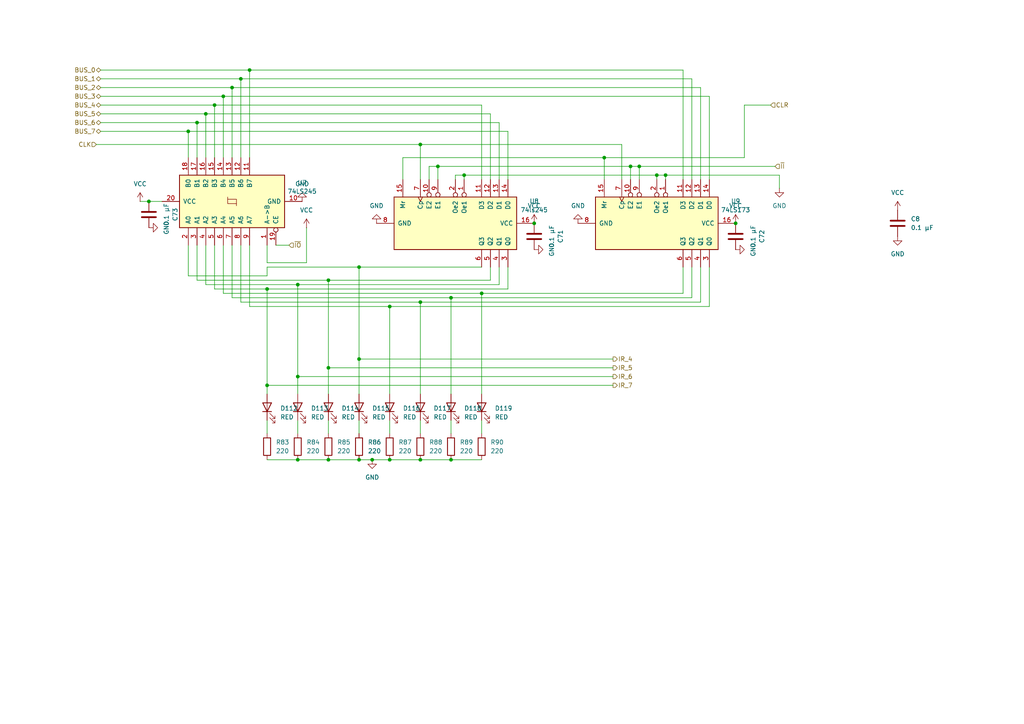
<source format=kicad_sch>
(kicad_sch (version 20250114) (generator "eeschema") (generator_version "9.0")
  (paper "A4")
  (title_block (title "8 bit PC") (date "2025-10-14") (rev "1"))
  (lib_symbols
    (symbol "74xx:74LS173" (pin_names (offset 1.016))
      (property "Reference" "U" (at -7.62 19.05 0))
      (property "Value" "74LS173" (at -7.62 -19.05 0))
      (symbol "74LS173_1_0"
        (pin input line (at -12.7 15.24 0) (length 5.08) (name "D0") (number "14"))
        (pin input line (at -12.7 12.7 0) (length 5.08) (name "D1") (number "13"))
        (pin input line (at -12.7 10.16 0) (length 5.08) (name "D2") (number "12"))
        (pin input line (at -12.7 7.62 0) (length 5.08) (name "D3") (number "11"))
        (pin input inverted (at -12.7 2.54 0) (length 5.08) (name "Oe1") (number "1"))
        (pin input inverted (at -12.7 0 0) (length 5.08) (name "Oe2") (number "2"))
        (pin input inverted (at -12.7 -5.08 0) (length 5.08) (name "E1") (number "9"))
        (pin input inverted (at -12.7 -7.62 0) (length 5.08) (name "E2") (number "10"))
        (pin input clock (at -12.7 -10.16 0) (length 5.08) (name "Cp") (number "7"))
        (pin input line (at -12.7 -15.24 0) (length 5.08) (name "Mr") (number "15"))
        (pin power_in line (at 0 22.86 270) (length 5.08) (name "VCC") (number "16"))
        (pin power_in line (at 0 -22.86 90) (length 5.08) (name "GND") (number "8"))
        (pin tri_state line (at 12.7 15.24 180) (length 5.08) (name "Q0") (number "3"))
        (pin tri_state line (at 12.7 12.7 180) (length 5.08) (name "Q1") (number "4"))
        (pin tri_state line (at 12.7 10.16 180) (length 5.08) (name "Q2") (number "5"))
        (pin tri_state line (at 12.7 7.62 180) (length 5.08) (name "Q3") (number "6"))
      )
      (symbol "74LS173_1_1"
        (rectangle (start -7.62 17.78) (end 7.62 -17.78) (stroke (width 0.254)) (fill (type background)))
      )
    )
    (symbol "74xx:74LS245" (pin_names (offset 1.016))
      (property "Reference" "U" (at -7.62 16.51 0))
      (property "Value" "74LS245" (at -7.62 -16.51 0))
      (symbol "74LS245_1_0"
        (polyline (pts (xy -1.27 -1.27) (xy 0.635 -1.27) (xy 0.635 1.27) (xy 1.27 1.27)))
        (polyline (pts (xy -0.635 -1.27) (xy -0.635 1.27) (xy 0.635 1.27)))
        (pin tri_state line (at -12.7 12.7 0) (length 5.08) (name "A0") (number "2"))
        (pin tri_state line (at -12.7 10.16 0) (length 5.08) (name "A1") (number "3"))
        (pin tri_state line (at -12.7 7.62 0) (length 5.08) (name "A2") (number "4"))
        (pin tri_state line (at -12.7 5.08 0) (length 5.08) (name "A3") (number "5"))
        (pin tri_state line (at -12.7 2.54 0) (length 5.08) (name "A4") (number "6"))
        (pin tri_state line (at -12.7 0 0) (length 5.08) (name "A5") (number "7"))
        (pin tri_state line (at -12.7 -2.54 0) (length 5.08) (name "A6") (number "8"))
        (pin tri_state line (at -12.7 -5.08 0) (length 5.08) (name "A7") (number "9"))
        (pin input line (at -12.7 -10.16 0) (length 5.08) (name "A->B") (number "1"))
        (pin input inverted (at -12.7 -12.7 0) (length 5.08) (name "CE") (number "19"))
        (pin power_in line (at 0 20.32 270) (length 5.08) (name "VCC") (number "20"))
        (pin power_in line (at 0 -20.32 90) (length 5.08) (name "GND") (number "10"))
        (pin tri_state line (at 12.7 12.7 180) (length 5.08) (name "B0") (number "18"))
        (pin tri_state line (at 12.7 10.16 180) (length 5.08) (name "B1") (number "17"))
        (pin tri_state line (at 12.7 7.62 180) (length 5.08) (name "B2") (number "16"))
        (pin tri_state line (at 12.7 5.08 180) (length 5.08) (name "B3") (number "15"))
        (pin tri_state line (at 12.7 2.54 180) (length 5.08) (name "B4") (number "14"))
        (pin tri_state line (at 12.7 0 180) (length 5.08) (name "B5") (number "13"))
        (pin tri_state line (at 12.7 -2.54 180) (length 5.08) (name "B6") (number "12"))
        (pin tri_state line (at 12.7 -5.08 180) (length 5.08) (name "B7") (number "11"))
      )
      (symbol "74LS245_1_1"
        (rectangle (start -7.62 15.24) (end 7.62 -15.24) (stroke (width 0.254)) (fill (type background)))
      )
    )
    (symbol "Device:C" (pin_numbers (hide yes)) (pin_names (offset 0.254))
      (property "Reference" "C" (at 0.635 2.54 0))
      (property "Value" "C" (at 0.635 -2.54 0))
      (symbol "C_0_1"
        (polyline (pts (xy -2.032 0.762) (xy 2.032 0.762)) (stroke (width 0.508)))
        (polyline (pts (xy -2.032 -0.762) (xy 2.032 -0.762)) (stroke (width 0.508)))
      )
      (symbol "C_1_1"
        (pin passive line (at 0 3.81 270) (length 2.794) (name "~") (number "1"))
        (pin passive line (at 0 -3.81 90) (length 2.794) (name "~") (number "2"))
      )
    )
    (symbol "Device:LED" (pin_numbers (hide yes)) (pin_names (offset 1.016) (hide yes))
      (property "Reference" "D" (at 0 2.54 0))
      (property "Value" "LED" (at 0 -2.54 0))
      (symbol "LED_0_1"
        (polyline (pts (xy -3.048 -0.762) (xy -4.572 -2.286) (xy -3.81 -2.286) (xy -4.572 -2.286) (xy -4.572 -1.524)))
        (polyline (pts (xy -1.778 -0.762) (xy -3.302 -2.286) (xy -2.54 -2.286) (xy -3.302 -2.286) (xy -3.302 -1.524)))
        (polyline (pts (xy -1.27 0) (xy 1.27 0)))
        (polyline (pts (xy -1.27 -1.27) (xy -1.27 1.27)) (stroke (width 0.254)))
        (polyline (pts (xy 1.27 -1.27) (xy 1.27 1.27) (xy -1.27 0) (xy 1.27 -1.27)) (stroke (width 0.254)))
      )
      (symbol "LED_1_1"
        (pin passive line (at -3.81 0 0) (length 2.54) (name "K") (number "1"))
        (pin passive line (at 3.81 0 180) (length 2.54) (name "A") (number "2"))
      )
    )
    (symbol "Device:R" (pin_numbers (hide yes)) (pin_names (offset 0))
      (property "Reference" "R" (at 2.032 0 90))
      (property "Value" "R" (at 0 0 90))
      (symbol "R_0_1"
        (rectangle (start -1.016 -2.54) (end 1.016 2.54) (stroke (width 0.254)))
      )
      (symbol "R_1_1"
        (pin passive line (at 0 3.81 270) (length 1.27) (name "~") (number "1"))
        (pin passive line (at 0 -3.81 90) (length 1.27) (name "~") (number "2"))
      )
    )
    (symbol "power:GND" (power) (pin_numbers (hide yes)) (pin_names (offset 0) (hide yes))
      (property "Value" "GND" (at 0 -3.81 0))
      (symbol "GND_0_1"
        (polyline (pts (xy 0 0) (xy 0 -1.27) (xy 1.27 -1.27) (xy 0 -2.54) (xy -1.27 -1.27) (xy 0 -1.27)))
      )
      (symbol "GND_1_1"
        (pin power_in line (at 0 0 270) (length 0) (name "~") (number "1"))
      )
    )
    (symbol "power:VCC" (power) (pin_numbers (hide yes)) (pin_names (offset 0) (hide yes))
      (property "Value" "VCC" (at 0 3.556 0))
      (symbol "VCC_0_1"
        (polyline (pts (xy -0.762 1.27) (xy 0 2.54)))
        (polyline (pts (xy 0 2.54) (xy 0.762 1.27)))
        (polyline (pts (xy 0 0) (xy 0 2.54)))
      )
      (symbol "VCC_1_1"
        (pin power_in line (at 0 0 90) (length 0) (name "~") (number "1"))
      )
    )
  )
  (junction (at 57.15 35.56))
  (junction (at 107.95 133.35))
  (junction (at 154.94 64.77))
  (junction (at 130.81 86.36))
  (junction (at 185.42 48.26))
  (junction (at 121.92 41.91))
  (junction (at 86.36 109.22))
  (junction (at 213.36 64.77))
  (junction (at 54.61 38.1))
  (junction (at 113.03 88.9))
  (junction (at 95.25 81.28))
  (junction (at 175.26 45.72))
  (junction (at 86.36 82.55))
  (junction (at 43.18 58.42))
  (junction (at 95.25 133.35))
  (junction (at 113.03 133.35))
  (junction (at 67.31 25.4))
  (junction (at 134.62 50.8))
  (junction (at 121.92 87.63))
  (junction (at 121.92 133.35))
  (junction (at 77.47 111.76))
  (junction (at 104.14 104.14))
  (junction (at 193.04 50.8))
  (junction (at 104.14 77.47))
  (junction (at 95.25 106.68))
  (junction (at 72.39 20.32))
  (junction (at 127 48.26))
  (junction (at 130.81 133.35))
  (junction (at 77.47 83.82))
  (junction (at 69.85 22.86))
  (junction (at 182.88 48.26))
  (junction (at 59.69 33.02))
  (junction (at 86.36 133.35))
  (junction (at 190.5 50.8))
  (junction (at 62.23 30.48))
  (junction (at 64.77 27.94))
  (junction (at 104.14 133.35))
  (junction (at 139.7 85.09))
  (wire (pts (xy 107.95 133.35) (xy 113.03 133.35)))
  (wire (pts (xy 72.39 20.32) (xy 72.39 45.72)))
  (wire (pts (xy 104.14 104.14) (xy 177.8 104.14)))
  (wire (pts (xy 95.25 81.28) (xy 142.24 81.28)))
  (wire (pts (xy 139.7 77.47) (xy 104.14 77.47)))
  (wire (pts (xy 130.81 86.36) (xy 130.81 114.3)))
  (wire (pts (xy 104.14 121.92) (xy 104.14 125.73)))
  (wire (pts (xy 144.78 35.56) (xy 144.78 52.07)))
  (wire (pts (xy 147.32 77.47) (xy 147.32 83.82)))
  (wire (pts (xy 57.15 81.28) (xy 95.25 81.28)))
  (wire (pts (xy 59.69 82.55) (xy 86.36 82.55)))
  (wire (pts (xy 57.15 35.56) (xy 57.15 45.72)))
  (wire (pts (xy 29.21 30.48) (xy 62.23 30.48)))
  (wire (pts (xy 104.14 77.47) (xy 104.14 104.14)))
  (wire (pts (xy 193.04 50.8) (xy 193.04 52.07)))
  (wire (pts (xy 62.23 30.48) (xy 62.23 45.72)))
  (wire (pts (xy 147.32 38.1) (xy 147.32 52.07)))
  (wire (pts (xy 59.69 71.12) (xy 59.69 82.55)))
  (wire (pts (xy 64.77 27.94) (xy 205.74 27.94)))
  (wire (pts (xy 190.5 50.8) (xy 190.5 52.07)))
  (wire (pts (xy 86.36 133.35) (xy 95.25 133.35)))
  (wire (pts (xy 104.14 77.47) (xy 77.47 77.47)))
  (wire (pts (xy 29.21 33.02) (xy 59.69 33.02)))
  (wire (pts (xy 203.2 77.47) (xy 203.2 87.63)))
  (wire (pts (xy 29.21 25.4) (xy 67.31 25.4)))
  (wire (pts (xy 62.23 83.82) (xy 77.47 83.82)))
  (wire (pts (xy 142.24 33.02) (xy 142.24 52.07)))
  (wire (pts (xy 198.12 77.47) (xy 198.12 85.09)))
  (wire (pts (xy 95.25 133.35) (xy 104.14 133.35)))
  (wire (pts (xy 203.2 25.4) (xy 203.2 52.07)))
  (wire (pts (xy 185.42 48.26) (xy 185.42 52.07)))
  (wire (pts (xy 86.36 82.55) (xy 86.36 109.22)))
  (wire (pts (xy 69.85 22.86) (xy 200.66 22.86)))
  (wire (pts (xy 205.74 27.94) (xy 205.74 52.07)))
  (wire (pts (xy 121.92 41.91) (xy 180.34 41.91)))
  (wire (pts (xy 127 48.26) (xy 124.46 48.26)))
  (wire (pts (xy 80.01 71.12) (xy 83.82 71.12)))
  (wire (pts (xy 142.24 77.47) (xy 142.24 81.28)))
  (wire (pts (xy 175.26 45.72) (xy 175.26 52.07)))
  (wire (pts (xy 72.39 88.9) (xy 113.03 88.9)))
  (wire (pts (xy 29.21 20.32) (xy 72.39 20.32)))
  (wire (pts (xy 69.85 71.12) (xy 69.85 87.63)))
  (wire (pts (xy 121.92 133.35) (xy 130.81 133.35)))
  (wire (pts (xy 54.61 38.1) (xy 147.32 38.1)))
  (wire (pts (xy 139.7 85.09) (xy 139.7 114.3)))
  (wire (pts (xy 59.69 33.02) (xy 142.24 33.02)))
  (wire (pts (xy 29.21 35.56) (xy 57.15 35.56)))
  (wire (pts (xy 64.77 27.94) (xy 64.77 45.72)))
  (wire (pts (xy 29.21 22.86) (xy 69.85 22.86)))
  (wire (pts (xy 95.25 81.28) (xy 95.25 106.68)))
  (wire (pts (xy 198.12 20.32) (xy 198.12 52.07)))
  (wire (pts (xy 77.47 111.76) (xy 77.47 114.3)))
  (wire (pts (xy 175.26 45.72) (xy 215.9 45.72)))
  (wire (pts (xy 57.15 71.12) (xy 57.15 81.28)))
  (wire (pts (xy 77.47 121.92) (xy 77.47 125.73)))
  (wire (pts (xy 86.36 121.92) (xy 86.36 125.73)))
  (wire (pts (xy 224.79 48.26) (xy 185.42 48.26)))
  (wire (pts (xy 77.47 77.47) (xy 77.47 80.01)))
  (wire (pts (xy 130.81 121.92) (xy 130.81 125.73)))
  (wire (pts (xy 67.31 71.12) (xy 67.31 86.36)))
  (wire (pts (xy 95.25 106.68) (xy 95.25 114.3)))
  (wire (pts (xy 116.84 45.72) (xy 175.26 45.72)))
  (wire (pts (xy 180.34 52.07) (xy 180.34 41.91)))
  (wire (pts (xy 95.25 106.68) (xy 177.8 106.68)))
  (wire (pts (xy 59.69 33.02) (xy 59.69 45.72)))
  (wire (pts (xy 226.06 50.8) (xy 226.06 54.61)))
  (wire (pts (xy 190.5 50.8) (xy 193.04 50.8)))
  (wire (pts (xy 124.46 48.26) (xy 124.46 52.07)))
  (wire (pts (xy 121.92 121.92) (xy 121.92 125.73)))
  (wire (pts (xy 86.36 82.55) (xy 144.78 82.55)))
  (wire (pts (xy 67.31 25.4) (xy 203.2 25.4)))
  (wire (pts (xy 134.62 50.8) (xy 134.62 52.07)))
  (wire (pts (xy 200.66 86.36) (xy 130.81 86.36)))
  (wire (pts (xy 86.36 109.22) (xy 86.36 114.3)))
  (wire (pts (xy 72.39 20.32) (xy 198.12 20.32)))
  (wire (pts (xy 57.15 35.56) (xy 144.78 35.56)))
  (wire (pts (xy 215.9 30.48) (xy 223.52 30.48)))
  (wire (pts (xy 77.47 76.2) (xy 88.9 76.2)))
  (wire (pts (xy 121.92 87.63) (xy 203.2 87.63)))
  (wire (pts (xy 67.31 25.4) (xy 67.31 45.72)))
  (wire (pts (xy 113.03 121.92) (xy 113.03 125.73)))
  (wire (pts (xy 139.7 85.09) (xy 198.12 85.09)))
  (wire (pts (xy 193.04 50.8) (xy 226.06 50.8)))
  (wire (pts (xy 29.21 27.94) (xy 64.77 27.94)))
  (wire (pts (xy 69.85 87.63) (xy 121.92 87.63)))
  (wire (pts (xy 139.7 121.92) (xy 139.7 125.73)))
  (wire (pts (xy 67.31 86.36) (xy 130.81 86.36)))
  (wire (pts (xy 182.88 48.26) (xy 127 48.26)))
  (wire (pts (xy 127 48.26) (xy 127 52.07)))
  (wire (pts (xy 62.23 71.12) (xy 62.23 83.82)))
  (wire (pts (xy 185.42 48.26) (xy 182.88 48.26)))
  (wire (pts (xy 43.18 58.42) (xy 46.99 58.42)))
  (wire (pts (xy 113.03 88.9) (xy 205.74 88.9)))
  (wire (pts (xy 200.66 22.86) (xy 200.66 52.07)))
  (wire (pts (xy 95.25 121.92) (xy 95.25 125.73)))
  (wire (pts (xy 200.66 77.47) (xy 200.66 86.36)))
  (wire (pts (xy 177.8 111.76) (xy 77.47 111.76)))
  (wire (pts (xy 77.47 71.12) (xy 77.47 76.2)))
  (wire (pts (xy 54.61 71.12) (xy 54.61 80.01)))
  (wire (pts (xy 132.08 52.07) (xy 132.08 50.8)))
  (wire (pts (xy 77.47 83.82) (xy 77.47 111.76)))
  (wire (pts (xy 132.08 50.8) (xy 134.62 50.8)))
  (wire (pts (xy 121.92 41.91) (xy 121.92 52.07)))
  (wire (pts (xy 69.85 22.86) (xy 69.85 45.72)))
  (wire (pts (xy 215.9 45.72) (xy 215.9 30.48)))
  (wire (pts (xy 72.39 71.12) (xy 72.39 88.9)))
  (wire (pts (xy 77.47 83.82) (xy 147.32 83.82)))
  (wire (pts (xy 113.03 133.35) (xy 121.92 133.35)))
  (wire (pts (xy 54.61 38.1) (xy 54.61 45.72)))
  (wire (pts (xy 139.7 30.48) (xy 139.7 52.07)))
  (wire (pts (xy 113.03 114.3) (xy 113.03 88.9)))
  (wire (pts (xy 104.14 104.14) (xy 104.14 114.3)))
  (wire (pts (xy 40.64 58.42) (xy 43.18 58.42)))
  (wire (pts (xy 205.74 77.47) (xy 205.74 88.9)))
  (wire (pts (xy 77.47 133.35) (xy 86.36 133.35)))
  (wire (pts (xy 62.23 30.48) (xy 139.7 30.48)))
  (wire (pts (xy 144.78 77.47) (xy 144.78 82.55)))
  (wire (pts (xy 130.81 133.35) (xy 139.7 133.35)))
  (wire (pts (xy 29.21 38.1) (xy 54.61 38.1)))
  (wire (pts (xy 27.94 41.91) (xy 121.92 41.91)))
  (wire (pts (xy 177.8 109.22) (xy 86.36 109.22)))
  (wire (pts (xy 121.92 114.3) (xy 121.92 87.63)))
  (wire (pts (xy 64.77 71.12) (xy 64.77 85.09)))
  (wire (pts (xy 134.62 50.8) (xy 190.5 50.8)))
  (wire (pts (xy 182.88 48.26) (xy 182.88 52.07)))
  (wire (pts (xy 88.9 76.2) (xy 88.9 66.04)))
  (wire (pts (xy 54.61 80.01) (xy 77.47 80.01)))
  (wire (pts (xy 104.14 133.35) (xy 107.95 133.35)))
  (wire (pts (xy 64.77 85.09) (xy 139.7 85.09)))
  (wire (pts (xy 116.84 52.07) (xy 116.84 45.72)))
  (hierarchical_label "BUS_5" (shape bidirectional) (at 29.21 33.02 180))
  (hierarchical_label "BUS_4" (shape bidirectional) (at 29.21 30.48 180))
  (hierarchical_label "BUS_1" (shape bidirectional) (at 29.21 22.86 180))
  (hierarchical_label "IR_5" (shape output) (at 177.8 106.68 0))
  (hierarchical_label "BUS_7" (shape bidirectional) (at 29.21 38.1 180))
  (hierarchical_label "IR_4" (shape output) (at 177.8 104.14 0))
  (hierarchical_label "IR_7" (shape output) (at 177.8 111.76 0))
  (hierarchical_label "CLK" (shape input) (at 27.94 41.91 180))
  (hierarchical_label "IR_6" (shape output) (at 177.8 109.22 0))
  (hierarchical_label "BUS_2" (shape bidirectional) (at 29.21 25.4 180))
  (hierarchical_label "BUS_6" (shape bidirectional) (at 29.21 35.56 180))
  (hierarchical_label "BUS_0" (shape bidirectional) (at 29.21 20.32 180))
  (hierarchical_label "~{II}" (shape input) (at 224.79 48.26 0))
  (hierarchical_label "~{IO}" (shape input) (at 83.82 71.12 0))
  (hierarchical_label "CLR" (shape input) (at 223.52 30.48 0))
  (hierarchical_label "BUS_3" (shape bidirectional) (at 29.21 27.94 180))
  (symbol (lib_id "power:GND") (at 87.63 58.42 180) (unit 1)
    (property "Reference" "#PWR0143" (effects (hide yes)))
    (property "Value" "GND" (at 87.63 53.34 0))
    (property "Description" "Power symbol creates a global label with name \"GND\" , ground" (effects (hide yes)))
  )
  (symbol (lib_id "Device:R") (at 130.81 129.54 0) (unit 1)
    (property "Reference" "R89" (at 133.35 128.2699 0) (effects (justify left)))
    (property "Value" "220" (at 133.35 130.8099 0) (effects (justify left)))
    (property "Footprint" "Resistor_THT:R_Axial_DIN0207_L6.3mm_D2.5mm_P7.62mm_Horizontal" (effects (hide yes)))
    (property "Description" "Resistor" (effects (hide yes)))
  )
  (symbol (lib_id "power:GND") (at 260.35 68.58 0) (unit 1)
    (property "Reference" "#PWR0111" (effects (hide yes)))
    (property "Value" "GND" (at 260.35 73.66 0))
    (property "Description" "Power symbol creates a global label with name \"GND\" , ground" (effects (hide yes)))
    (instances (project "" (path "" (reference "#PWR013") (unit 1)) (path "" (reference "#PWR0111") (unit 1)) (path "" (reference "#PWR013") (unit 1))))
  )
  (symbol (lib_id "74xx:74LS173") (at 190.5 64.77 270) (unit 1)
    (property "Reference" "U119" (at 213.36 58.3498 90))
    (property "Value" "74LS173" (at 213.36 60.8898 90))
    (property "Footprint" "Custom:SN74LS173AN" (effects (hide yes)))
    (property "Datasheet" "http://www.ti.com/lit/gpn/sn74LS173" (effects (hide yes)))
    (property "Description" "4-bit D-type Register, 3 state out" (effects (hide yes)))
    (instances (project "" (path "" (reference "U9") (unit 1)) (path "" (reference "U119") (unit 1)) (path "" (reference "U9") (unit 1))))
  )
  (symbol (lib_id "Device:LED") (at 77.47 118.11 90) (unit 1)
    (property "Reference" "D112" (at 81.28 118.4274 90) (effects (justify right)))
    (property "Value" "RED" (at 81.28 120.9674 90) (effects (justify right)))
    (property "Footprint" "LED_THT:LED_D3.0mm" (effects (hide yes)))
    (property "Description" "Light emitting diode" (effects (hide yes)))
    (property "Sim.Pins" "1=K 2=A" (effects (hide yes)))
  )
  (symbol (lib_id "Device:R") (at 104.14 129.54 0) (unit 1)
    (property "Reference" "R86" (at 106.68 128.2699 0) (effects (justify left)))
    (property "Value" "220" (at 106.68 130.8099 0) (effects (justify left)))
    (property "Footprint" "Resistor_THT:R_Axial_DIN0207_L6.3mm_D2.5mm_P7.62mm_Horizontal" (effects (hide yes)))
    (property "Description" "Resistor" (effects (hide yes)))
  )
  (symbol (lib_id "Device:LED") (at 86.36 118.11 90) (unit 1)
    (property "Reference" "D113" (at 90.17 118.4274 90) (effects (justify right)))
    (property "Value" "RED" (at 90.17 120.9674 90) (effects (justify right)))
    (property "Footprint" "LED_THT:LED_D3.0mm" (effects (hide yes)))
    (property "Description" "Light emitting diode" (effects (hide yes)))
    (property "Sim.Pins" "1=K 2=A" (effects (hide yes)))
  )
  (symbol (lib_id "power:VCC") (at 154.94 64.77 0) (unit 1)
    (property "Reference" "#PWR0141" (effects (hide yes)))
    (property "Value" "VCC" (at 154.94 59.69 0))
    (property "Description" "Power symbol creates a global label with name \"VCC\"" (effects (hide yes)))
  )
  (symbol (lib_id "power:VCC") (at 213.36 64.77 0) (unit 1)
    (property "Reference" "#PWR0142" (effects (hide yes)))
    (property "Value" "VCC" (at 213.36 59.69 0))
    (property "Description" "Power symbol creates a global label with name \"VCC\"" (effects (hide yes)))
  )
  (symbol (lib_id "Device:LED") (at 121.92 118.11 90) (unit 1)
    (property "Reference" "D117" (at 125.73 118.4274 90) (effects (justify right)))
    (property "Value" "RED" (at 125.73 120.9674 90) (effects (justify right)))
    (property "Footprint" "LED_THT:LED_D3.0mm" (effects (hide yes)))
    (property "Description" "Light emitting diode" (effects (hide yes)))
    (property "Sim.Pins" "1=K 2=A" (effects (hide yes)))
  )
  (symbol (lib_id "Device:C") (at 260.35 64.77 0) (unit 1)
    (property "Reference" "C118" (at 264.16 63.4999 0) (effects (justify left)))
    (property "Value" "0.1 µF" (at 264.16 66.0399 0) (effects (justify left)))
    (property "Footprint" "Capacitor_THT:C_Radial_D5.0mm_H5.0mm_P2.00mm" (effects (hide yes)))
    (property "Description" "Unpolarized capacitor" (effects (hide yes)))
    (instances (project "" (path "" (reference "C8") (unit 1)) (path "" (reference "C118") (unit 1)) (path "" (reference "C8") (unit 1))))
  )
  (symbol (lib_id "power:VCC") (at 88.9 66.04 0) (unit 1)
    (property "Reference" "#PWR0110" (effects (hide yes)))
    (property "Value" "VCC" (at 88.9 60.96 0))
    (property "Description" "Power symbol creates a global label with name \"VCC\"" (effects (hide yes)))
    (instances (project "" (path "" (reference "#PWR011") (unit 1)) (path "" (reference "#PWR0110") (unit 1)) (path "" (reference "#PWR011") (unit 1))))
  )
  (symbol (lib_id "Device:LED") (at 104.14 118.11 90) (unit 1)
    (property "Reference" "D115" (at 107.95 118.4274 90) (effects (justify right)))
    (property "Value" "RED" (at 107.95 120.9674 90) (effects (justify right)))
    (property "Footprint" "LED_THT:LED_D3.0mm" (effects (hide yes)))
    (property "Description" "Light emitting diode" (effects (hide yes)))
    (property "Sim.Pins" "1=K 2=A" (effects (hide yes)))
  )
  (symbol (lib_id "Device:LED") (at 95.25 118.11 90) (unit 1)
    (property "Reference" "D114" (at 99.06 118.4274 90) (effects (justify right)))
    (property "Value" "RED" (at 99.06 120.9674 90) (effects (justify right)))
    (property "Footprint" "LED_THT:LED_D3.0mm" (effects (hide yes)))
    (property "Description" "Light emitting diode" (effects (hide yes)))
    (property "Sim.Pins" "1=K 2=A" (effects (hide yes)))
  )
  (symbol (lib_id "power:GND") (at 226.06 54.61 0) (unit 1)
    (property "Reference" "#PWR0113" (effects (hide yes)))
    (property "Value" "GND" (at 226.06 59.69 0))
    (property "Description" "Power symbol creates a global label with name \"GND\" , ground" (effects (hide yes)))
    (instances (project "" (path "" (reference "#PWR010") (unit 1)) (path "" (reference "#PWR0113") (unit 1)) (path "" (reference "#PWR010") (unit 1))))
  )
  (symbol (lib_id "power:GND") (at 213.36 72.39 90) (unit 1)
    (property "Reference" "#PWR0217" (effects (hide yes)))
    (property "Value" "GND" (at 218.44 72.39 0))
    (property "Description" "Power symbol creates a global label with name \"GND\" , ground" (effects (hide yes)))
  )
  (symbol (lib_id "power:VCC") (at 260.35 60.96 0) (unit 1)
    (property "Reference" "#PWR0112" (effects (hide yes)))
    (property "Value" "VCC" (at 260.35 55.88 0))
    (property "Description" "Power symbol creates a global label with name \"VCC\"" (effects (hide yes)))
    (instances (project "" (path "" (reference "#PWR012") (unit 1)) (path "" (reference "#PWR0112") (unit 1)) (path "" (reference "#PWR012") (unit 1))))
  )
  (symbol (lib_id "Device:C") (at 43.18 62.23 0) (unit 1)
    (property "Reference" "C73" (at 50.8 62.23 90))
    (property "Value" "0.1 µF" (at 48.26 62.23 90))
    (property "Footprint" "Capacitor_THT:C_Radial_D5.0mm_H5.0mm_P2.00mm" (effects (hide yes)))
    (property "Description" "Unpolarized capacitor" (effects (hide yes)))
  )
  (symbol (lib_id "Device:R") (at 139.7 129.54 0) (unit 1)
    (property "Reference" "R90" (at 142.24 128.2699 0) (effects (justify left)))
    (property "Value" "220" (at 142.24 130.8099 0) (effects (justify left)))
    (property "Footprint" "Resistor_THT:R_Axial_DIN0207_L6.3mm_D2.5mm_P7.62mm_Horizontal" (effects (hide yes)))
    (property "Description" "Resistor" (effects (hide yes)))
  )
  (symbol (lib_id "Device:LED") (at 113.03 118.11 90) (unit 1)
    (property "Reference" "D116" (at 116.84 118.4274 90) (effects (justify right)))
    (property "Value" "RED" (at 116.84 120.9674 90) (effects (justify right)))
    (property "Footprint" "LED_THT:LED_D3.0mm" (effects (hide yes)))
    (property "Description" "Light emitting diode" (effects (hide yes)))
    (property "Sim.Pins" "1=K 2=A" (effects (hide yes)))
  )
  (symbol (lib_id "Device:LED") (at 139.7 118.11 90) (unit 1)
    (property "Reference" "D119" (at 143.51 118.4274 90) (effects (justify right)))
    (property "Value" "RED" (at 143.51 120.9674 90) (effects (justify right)))
    (property "Footprint" "LED_THT:LED_D3.0mm" (effects (hide yes)))
    (property "Description" "Light emitting diode" (effects (hide yes)))
    (property "Sim.Pins" "1=K 2=A" (effects (hide yes)))
  )
  (symbol (lib_id "power:GND") (at 107.95 133.35 0) (unit 1)
    (property "Reference" "#PWR0128" (effects (hide yes)))
    (property "Value" "GND" (at 107.95 138.4467 0))
    (property "Description" "Power symbol creates a global label with name \"GND\" , ground" (effects (hide yes)))
  )
  (symbol (lib_id "Device:R") (at 95.25 129.54 0) (unit 1)
    (property "Reference" "R85" (at 97.79 128.2699 0) (effects (justify left)))
    (property "Value" "220" (at 97.79 130.8099 0) (effects (justify left)))
    (property "Footprint" "Resistor_THT:R_Axial_DIN0207_L6.3mm_D2.5mm_P7.62mm_Horizontal" (effects (hide yes)))
    (property "Description" "Resistor" (effects (hide yes)))
  )
  (symbol (lib_id "Device:R") (at 77.47 129.54 0) (unit 1)
    (property "Reference" "R83" (at 80.01 128.2699 0) (effects (justify left)))
    (property "Value" "220" (at 80.01 130.8099 0) (effects (justify left)))
    (property "Footprint" "Resistor_THT:R_Axial_DIN0207_L6.3mm_D2.5mm_P7.62mm_Horizontal" (effects (hide yes)))
    (property "Description" "Resistor" (effects (hide yes)))
  )
  (symbol (lib_id "power:GND") (at 167.64 64.77 180) (unit 1)
    (property "Reference" "#PWR0145" (effects (hide yes)))
    (property "Value" "GND" (at 167.64 59.69 0))
    (property "Description" "Power symbol creates a global label with name \"GND\" , ground" (effects (hide yes)))
  )
  (symbol (lib_id "power:GND") (at 109.22 64.77 180) (unit 1)
    (property "Reference" "#PWR0144" (effects (hide yes)))
    (property "Value" "GND" (at 109.22 59.69 0))
    (property "Description" "Power symbol creates a global label with name \"GND\" , ground" (effects (hide yes)))
  )
  (symbol (lib_id "Device:R") (at 86.36 129.54 0) (unit 1)
    (property "Reference" "R84" (at 88.9 128.2699 0) (effects (justify left)))
    (property "Value" "220" (at 88.9 130.8099 0) (effects (justify left)))
    (property "Footprint" "Resistor_THT:R_Axial_DIN0207_L6.3mm_D2.5mm_P7.62mm_Horizontal" (effects (hide yes)))
    (property "Description" "Resistor" (effects (hide yes)))
  )
  (symbol (lib_id "power:VCC") (at 40.64 58.42 0) (unit 1)
    (property "Reference" "#PWR0140" (effects (hide yes)))
    (property "Value" "VCC" (at 40.64 53.34 0))
    (property "Description" "Power symbol creates a global label with name \"VCC\"" (effects (hide yes)))
  )
  (symbol (lib_id "Device:R") (at 121.92 129.54 0) (unit 1)
    (property "Reference" "R88" (at 124.46 128.2699 0) (effects (justify left)))
    (property "Value" "220" (at 124.46 130.8099 0) (effects (justify left)))
    (property "Footprint" "Resistor_THT:R_Axial_DIN0207_L6.3mm_D2.5mm_P7.62mm_Horizontal" (effects (hide yes)))
    (property "Description" "Resistor" (effects (hide yes)))
  )
  (symbol (lib_id "Device:C") (at 154.94 68.58 0) (unit 1)
    (property "Reference" "C71" (at 162.56 68.58 90))
    (property "Value" "0.1 µF" (at 160.02 68.58 90))
    (property "Footprint" "Capacitor_THT:C_Radial_D5.0mm_H5.0mm_P2.00mm" (effects (hide yes)))
    (property "Description" "Unpolarized capacitor" (effects (hide yes)))
  )
  (symbol (lib_id "74xx:74LS173") (at 132.08 64.77 270) (unit 1)
    (property "Reference" "U118" (at 154.94 58.3498 90))
    (property "Value" "74ls245" (at 154.94 60.8898 90))
    (property "Footprint" "Custom:DIP254P762X508-20" (effects (hide yes)))
    (property "Datasheet" "http://www.ti.com/lit/gpn/sn74LS173" (effects (hide yes)))
    (property "Description" "4-bit D-type Register, 3 state out" (effects (hide yes)))
    (instances (project "" (path "" (reference "U8") (unit 1)) (path "" (reference "U118") (unit 1)) (path "" (reference "U8") (unit 1))))
  )
  (symbol (lib_id "Device:C") (at 213.36 68.58 0) (unit 1)
    (property "Reference" "C72" (at 220.98 68.58 90))
    (property "Value" "0.1 µF" (at 218.44 68.58 90))
    (property "Footprint" "Capacitor_THT:C_Radial_D5.0mm_H5.0mm_P2.00mm" (effects (hide yes)))
    (property "Description" "Unpolarized capacitor" (effects (hide yes)))
  )
  (symbol (lib_id "Device:R") (at 113.03 129.54 0) (unit 1)
    (property "Reference" "R87" (at 115.57 128.2699 0) (effects (justify left)))
    (property "Value" "220" (at 115.57 130.8099 0) (effects (justify left)))
    (property "Footprint" "Resistor_THT:R_Axial_DIN0207_L6.3mm_D2.5mm_P7.62mm_Horizontal" (effects (hide yes)))
    (property "Description" "Resistor" (effects (hide yes)))
  )
  (symbol (lib_id "power:GND") (at 43.18 66.04 90) (unit 1)
    (property "Reference" "#PWR0218" (effects (hide yes)))
    (property "Value" "GND" (at 48.26 66.04 0))
    (property "Description" "Power symbol creates a global label with name \"GND\" , ground" (effects (hide yes)))
  )
  (symbol (lib_id "Device:LED") (at 130.81 118.11 90) (unit 1)
    (property "Reference" "D118" (at 134.62 118.4274 90) (effects (justify right)))
    (property "Value" "RED" (at 134.62 120.9674 90) (effects (justify right)))
    (property "Footprint" "LED_THT:LED_D3.0mm" (effects (hide yes)))
    (property "Description" "Light emitting diode" (effects (hide yes)))
    (property "Sim.Pins" "1=K 2=A" (effects (hide yes)))
  )
  (symbol (lib_id "74xx:74LS245") (at 67.31 58.42 90) (unit 1)
    (property "Reference" "U117" (at 87.63 52.9746 90))
    (property "Value" "74LS245" (at 87.63 55.5146 90))
    (property "Footprint" "Custom:DIP254P762X508-20" (effects (hide yes)))
    (property "Datasheet" "http://www.ti.com/lit/gpn/sn74LS245" (effects (hide yes)))
    (property "Description" "Octal BUS Transceivers, 3-State outputs" (effects (hide yes)))
    (instances (project "" (path "" (reference "U7") (unit 1)) (path "" (reference "U117") (unit 1)) (path "" (reference "U7") (unit 1))))
  )
  (symbol (lib_id "power:GND") (at 154.94 72.39 90) (unit 1)
    (property "Reference" "#PWR0216" (effects (hide yes)))
    (property "Value" "GND" (at 160.02 72.39 0))
    (property "Description" "Power symbol creates a global label with name \"GND\" , ground" (effects (hide yes)))
  )
)
</source>
